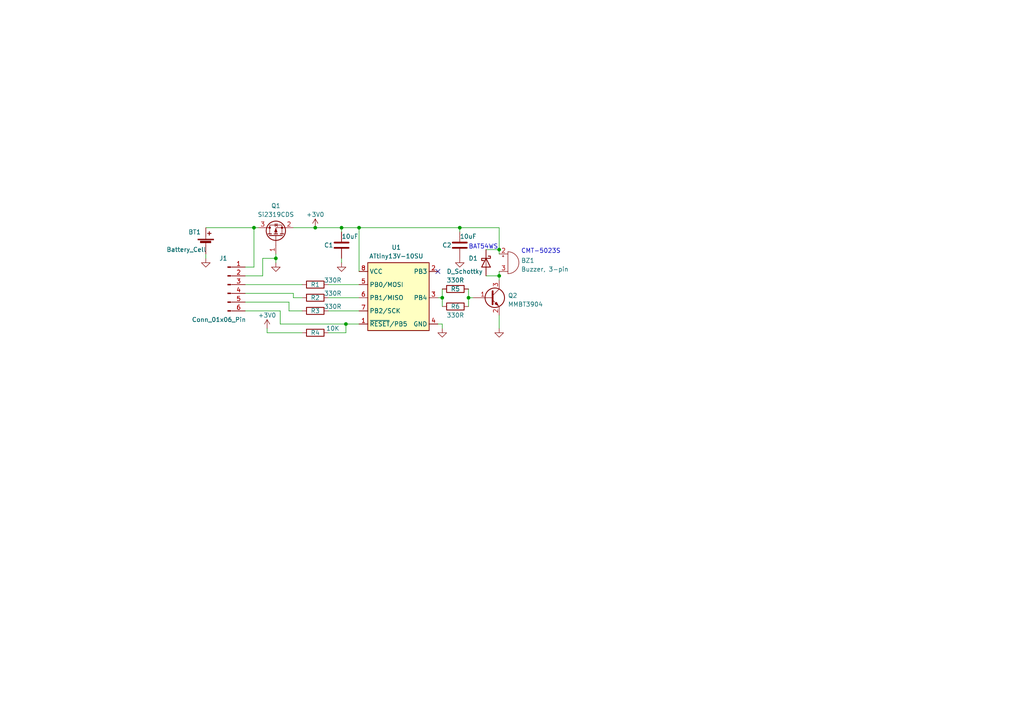
<source format=kicad_sch>
(kicad_sch (version 20230121) (generator eeschema)
  (paper "A4")
  (lib_symbols
    (symbol "Connector:Conn_01x06_Pin" (pin_names (offset 1.016) hide)
      (property "Reference" "J" (at 0 7.62 0))
      (property "Value" "Conn_01x06_Pin" (at 0 -10.16 0))
      (symbol "Conn_01x06_Pin_1_1"
        (polyline (pts (xy 1.27 -7.62) (xy 0.8636 -7.62)) (stroke (width 0.1524)))
        (polyline (pts (xy 1.27 -5.08) (xy 0.8636 -5.08)) (stroke (width 0.1524)))
        (polyline (pts (xy 1.27 -2.54) (xy 0.8636 -2.54)) (stroke (width 0.1524)))
        (polyline (pts (xy 1.27 0) (xy 0.8636 0)) (stroke (width 0.1524)))
        (polyline (pts (xy 1.27 2.54) (xy 0.8636 2.54)) (stroke (width 0.1524)))
        (polyline (pts (xy 1.27 5.08) (xy 0.8636 5.08)) (stroke (width 0.1524)))
        (rectangle (start 0.8636 -7.493) (end 0 -7.747) (stroke (width 0.1524)) (fill (type outline)))
        (rectangle (start 0.8636 -4.953) (end 0 -5.207) (stroke (width 0.1524)) (fill (type outline)))
        (rectangle (start 0.8636 -2.413) (end 0 -2.667) (stroke (width 0.1524)) (fill (type outline)))
        (rectangle (start 0.8636 0.127) (end 0 -0.127) (stroke (width 0.1524)) (fill (type outline)))
        (rectangle (start 0.8636 2.667) (end 0 2.413) (stroke (width 0.1524)) (fill (type outline)))
        (rectangle (start 0.8636 5.207) (end 0 4.953) (stroke (width 0.1524)) (fill (type outline)))
        (pin passive line (at 5.08 5.08 180) (length 3.81) (name "Pin_1") (number "1"))
        (pin passive line (at 5.08 2.54 180) (length 3.81) (name "Pin_2") (number "2"))
        (pin passive line (at 5.08 0 180) (length 3.81) (name "Pin_3") (number "3"))
        (pin passive line (at 5.08 -2.54 180) (length 3.81) (name "Pin_4") (number "4"))
        (pin passive line (at 5.08 -5.08 180) (length 3.81) (name "Pin_5") (number "5"))
        (pin passive line (at 5.08 -7.62 180) (length 3.81) (name "Pin_6") (number "6"))
      )
    )
    (symbol "Device:Battery_Cell" (pin_numbers hide) (pin_names (offset 0) hide)
      (property "Reference" "BT" (at 2.54 2.54 0))
      (property "Value" "Battery_Cell" (at 2.54 0 0))
      (symbol "Battery_Cell_0_1"
        (rectangle (start -2.286 1.778) (end 2.286 1.524) (fill (type outline)))
        (rectangle (start -1.5748 1.1938) (end 1.4732 0.6858) (fill (type outline)))
        (polyline (pts (xy 0 0.762) (xy 0 0)))
        (polyline (pts (xy 0 1.778) (xy 0 2.54)))
        (polyline (pts (xy 0.508 3.429) (xy 1.524 3.429)) (stroke (width 0.254)))
        (polyline (pts (xy 1.016 3.937) (xy 1.016 2.921)) (stroke (width 0.254)))
      )
      (symbol "Battery_Cell_1_1"
        (pin passive line (at 0 5.08 270) (length 2.54) (name "+") (number "1"))
        (pin passive line (at 0 -2.54 90) (length 2.54) (name "-") (number "2"))
      )
    )
    (symbol "Device:C" (pin_numbers hide) (pin_names (offset 0.254))
      (property "Reference" "C" (at 0.635 2.54 0))
      (property "Value" "C" (at 0.635 -2.54 0))
      (symbol "C_0_1"
        (polyline (pts (xy -2.032 -0.762) (xy 2.032 -0.762)) (stroke (width 0.508)))
        (polyline (pts (xy -2.032 0.762) (xy 2.032 0.762)) (stroke (width 0.508)))
      )
      (symbol "C_1_1"
        (pin passive line (at 0 3.81 270) (length 2.794) (name "~") (number "1"))
        (pin passive line (at 0 -3.81 90) (length 2.794) (name "~") (number "2"))
      )
    )
    (symbol "Device:D_Schottky" (pin_numbers hide) (pin_names (offset 1.016) hide)
      (property "Reference" "D" (at 0 2.54 0))
      (property "Value" "D_Schottky" (at 0 -2.54 0))
      (symbol "D_Schottky_0_1"
        (polyline (pts (xy 1.27 0) (xy -1.27 0)))
        (polyline (pts (xy 1.27 1.27) (xy 1.27 -1.27) (xy -1.27 0) (xy 1.27 1.27)) (stroke (width 0.254)))
        (polyline (pts (xy -1.905 0.635) (xy -1.905 1.27) (xy -1.27 1.27) (xy -1.27 -1.27) (xy -0.635 -1.27) (xy -0.635 -0.635)) (stroke (width 0.254)))
      )
      (symbol "D_Schottky_1_1"
        (pin passive line (at -3.81 0 0) (length 2.54) (name "K") (number "1"))
        (pin passive line (at 3.81 0 180) (length 2.54) (name "A") (number "2"))
      )
    )
    (symbol "Device:R" (pin_numbers hide) (pin_names (offset 0))
      (property "Reference" "R" (at 2.032 0 90))
      (property "Value" "R" (at 0 0 90))
      (symbol "R_0_1"
        (rectangle (start -1.016 -2.54) (end 1.016 2.54) (stroke (width 0.254)))
      )
      (symbol "R_1_1"
        (pin passive line (at 0 3.81 270) (length 1.27) (name "~") (number "1"))
        (pin passive line (at 0 -3.81 90) (length 1.27) (name "~") (number "2"))
      )
    )
    (symbol "Transistor_BJT:MMBT3904" (pin_names (offset 0) hide)
      (property "Reference" "Q" (at 5.08 1.905 0))
      (property "Value" "MMBT3904" (at 5.08 0 0))
      (symbol "MMBT3904_0_1"
        (polyline (pts (xy 0.635 0.635) (xy 2.54 2.54)))
        (polyline (pts (xy 0.635 -0.635) (xy 2.54 -2.54) (xy 2.54 -2.54)))
        (polyline (pts (xy 0.635 1.905) (xy 0.635 -1.905) (xy 0.635 -1.905)) (stroke (width 0.508)))
        (polyline (pts (xy 1.27 -1.778) (xy 1.778 -1.27) (xy 2.286 -2.286) (xy 1.27 -1.778) (xy 1.27 -1.778)) (fill (type outline)))
        (circle (center 1.27 0) (radius 2.8194) (stroke (width 0.254)))
      )
      (symbol "MMBT3904_1_1"
        (pin input line (at -5.08 0 0) (length 5.715) (name "B") (number "1"))
        (pin passive line (at 2.54 -5.08 90) (length 2.54) (name "E") (number "2"))
        (pin passive line (at 2.54 5.08 270) (length 2.54) (name "C") (number "3"))
      )
    )
    (symbol "Transistor_FET:Si2319CDS" (pin_names hide)
      (property "Reference" "Q" (at 5.08 1.905 0))
      (property "Value" "Si2319CDS" (at 5.08 0 0))
      (symbol "Si2319CDS_0_1"
        (polyline (pts (xy 0.254 0) (xy -2.54 0)))
        (polyline (pts (xy 0.254 1.905) (xy 0.254 -1.905)) (stroke (width 0.254)))
        (polyline (pts (xy 0.762 -1.27) (xy 0.762 -2.286)) (stroke (width 0.254)))
        (polyline (pts (xy 0.762 0.508) (xy 0.762 -0.508)) (stroke (width 0.254)))
        (polyline (pts (xy 0.762 2.286) (xy 0.762 1.27)) (stroke (width 0.254)))
        (polyline (pts (xy 2.54 2.54) (xy 2.54 1.778)))
        (polyline (pts (xy 2.54 -2.54) (xy 2.54 0) (xy 0.762 0)))
        (polyline (pts (xy 0.762 1.778) (xy 3.302 1.778) (xy 3.302 -1.778) (xy 0.762 -1.778)))
        (polyline (pts (xy 2.286 0) (xy 1.27 0.381) (xy 1.27 -0.381) (xy 2.286 0)) (fill (type outline)))
        (polyline (pts (xy 2.794 -0.508) (xy 2.921 -0.381) (xy 3.683 -0.381) (xy 3.81 -0.254)))
        (polyline (pts (xy 3.302 -0.381) (xy 2.921 0.254) (xy 3.683 0.254) (xy 3.302 -0.381)))
        (circle (center 1.651 0) (radius 2.794) (stroke (width 0.254)))
        (circle (center 2.54 -1.778) (radius 0.254) (fill (type outline)))
        (circle (center 2.54 1.778) (radius 0.254) (fill (type outline)))
      )
      (symbol "Si2319CDS_1_1"
        (pin input line (at -5.08 0 0) (length 2.54) (name "G") (number "1"))
        (pin passive line (at 2.54 -5.08 90) (length 2.54) (name "S") (number "2"))
        (pin passive line (at 2.54 5.08 270) (length 2.54) (name "D") (number "3"))
      )
    )
    (symbol "als_library:ATtiny13V-10SU"
      (property "Reference" "U1" (at -0.635 12.065 0))
      (property "Value" "ATtiny13V-10SU" (at -0.635 9.525 0))
      (symbol "ATtiny13V-10SU_0_1"
        (rectangle (start -8.89 7.62) (end 8.89 -12.065) (stroke (width 0.254)) (fill (type background)))
      )
      (symbol "ATtiny13V-10SU_1_1"
        (pin bidirectional line (at -11.43 -10.16 0) (length 2.54) (name "~{RESET}/PB5") (number "1"))
        (pin bidirectional line (at 11.43 5.08 180) (length 2.54) (name "PB3") (number "2"))
        (pin bidirectional line (at 11.43 -2.54 180) (length 2.54) (name "PB4") (number "3"))
        (pin power_in line (at 11.43 -10.16 180) (length 2.54) (name "GND") (number "4"))
        (pin bidirectional line (at -11.43 1.27 0) (length 2.54) (name "PB0/MOSI") (number "5"))
        (pin bidirectional line (at -11.43 -2.54 0) (length 2.54) (name "PB1/MISO") (number "6"))
        (pin bidirectional line (at -11.43 -6.35 0) (length 2.54) (name "PB2/SCK") (number "7"))
        (pin power_in line (at -11.43 5.08 0) (length 2.54) (name "VCC") (number "8"))
      )
    )
    (symbol "als_library:Buzzer, 3-pin" (pin_names (offset 0.0254) hide)
      (property "Reference" "BZ" (at 3.81 1.27 0))
      (property "Value" "Buzzer, 3-pin" (at 3.81 -1.27 0))
      (symbol "Buzzer, 3-pin_0_1"
        (arc (start 0 -3.175) (mid 3.1612 0) (end 0 3.175))
        (polyline (pts (xy -1.651 1.905) (xy -1.143 1.905)))
        (polyline (pts (xy -1.397 2.159) (xy -1.397 1.651)))
        (polyline (pts (xy 0 3.175) (xy 0 -3.175)))
      )
      (symbol "Buzzer, 3-pin_1_1"
        (pin no_connect line (at 1.905 5.08 270) (length 2.54) hide (name "N.C") (number "1"))
        (pin passive line (at -2.54 2.54 0) (length 2.54) (name "+") (number "2"))
        (pin passive line (at -2.54 -2.54 0) (length 2.54) (name "-") (number "3"))
      )
    )
    (symbol "power:+3V0" (power) (pin_names (offset 0))
      (property "Value" "+3V0" (at 0 3.556 0))
      (symbol "+3V0_0_1"
        (polyline (pts (xy -0.762 1.27) (xy 0 2.54)))
        (polyline (pts (xy 0 0) (xy 0 2.54)))
        (polyline (pts (xy 0 2.54) (xy 0.762 1.27)))
      )
      (symbol "+3V0_1_1"
        (pin power_in line (at 0 0 90) (length 0) hide (name "+3V0") (number "1"))
      )
    )
    (symbol "power:GND" (power) (pin_names (offset 0))
      (property "Value" "GND" (at 0 -3.81 0))
      (symbol "GND_0_1"
        (polyline (pts (xy 0 0) (xy 0 -1.27) (xy 1.27 -1.27) (xy 0 -2.54) (xy -1.27 -1.27) (xy 0 -1.27)))
      )
      (symbol "GND_1_1"
        (pin power_in line (at 0 0 270) (length 0) hide (name "GND") (number "1"))
      )
    )
  )
  (junction (at 133.35 66.04))
  (junction (at 135.89 86.36))
  (junction (at 73.66 66.04))
  (junction (at 144.78 80.01))
  (junction (at 144.78 72.39))
  (junction (at 99.06 66.04))
  (junction (at 104.14 66.04))
  (junction (at 128.27 86.36))
  (junction (at 91.44 66.04))
  (junction (at 100.33 93.98))
  (junction (at 80.01 74.93))
  (no_connect (at 127 78.74))
  (wire (pts (xy 135.89 86.36) (xy 137.16 86.36)))
  (wire (pts (xy 71.12 90.17) (xy 81.28 90.17)))
  (wire (pts (xy 135.89 83.82) (xy 135.89 86.36)))
  (wire (pts (xy 77.47 96.52) (xy 87.63 96.52)))
  (wire (pts (xy 85.09 66.04) (xy 91.44 66.04)))
  (wire (pts (xy 81.28 93.98) (xy 100.33 93.98)))
  (wire (pts (xy 99.06 66.04) (xy 104.14 66.04)))
  (wire (pts (xy 76.2 80.01) (xy 76.2 74.93)))
  (wire (pts (xy 128.27 93.98) (xy 128.27 95.25)))
  (wire (pts (xy 85.09 86.36) (xy 87.63 86.36)))
  (wire (pts (xy 83.82 87.63) (xy 83.82 90.17)))
  (wire (pts (xy 80.01 74.93) (xy 80.01 76.2)))
  (wire (pts (xy 135.89 86.36) (xy 135.89 88.9)))
  (wire (pts (xy 144.78 80.01) (xy 144.78 81.28)))
  (wire (pts (xy 100.33 93.98) (xy 104.14 93.98)))
  (wire (pts (xy 128.27 86.36) (xy 128.27 88.9)))
  (wire (pts (xy 73.66 66.04) (xy 73.66 77.47)))
  (wire (pts (xy 95.25 82.55) (xy 104.14 82.55)))
  (wire (pts (xy 71.12 77.47) (xy 73.66 77.47)))
  (wire (pts (xy 71.12 80.01) (xy 76.2 80.01)))
  (wire (pts (xy 144.78 91.44) (xy 144.78 95.25)))
  (wire (pts (xy 133.35 67.31) (xy 133.35 66.04)))
  (wire (pts (xy 85.09 85.09) (xy 85.09 86.36)))
  (wire (pts (xy 100.33 96.52) (xy 100.33 93.98)))
  (wire (pts (xy 140.97 80.01) (xy 144.78 80.01)))
  (wire (pts (xy 104.14 66.04) (xy 133.35 66.04)))
  (wire (pts (xy 81.28 90.17) (xy 81.28 93.98)))
  (wire (pts (xy 76.2 74.93) (xy 80.01 74.93)))
  (wire (pts (xy 144.78 66.04) (xy 144.78 72.39)))
  (wire (pts (xy 59.69 66.04) (xy 73.66 66.04)))
  (wire (pts (xy 144.78 78.74) (xy 144.78 80.01)))
  (wire (pts (xy 77.47 95.25) (xy 77.47 96.52)))
  (wire (pts (xy 71.12 85.09) (xy 85.09 85.09)))
  (wire (pts (xy 91.44 66.04) (xy 99.06 66.04)))
  (wire (pts (xy 140.97 72.39) (xy 144.78 72.39)))
  (wire (pts (xy 59.69 74.93) (xy 59.69 73.66)))
  (wire (pts (xy 99.06 76.2) (xy 99.06 74.93)))
  (wire (pts (xy 133.35 66.04) (xy 144.78 66.04)))
  (wire (pts (xy 95.25 96.52) (xy 100.33 96.52)))
  (wire (pts (xy 128.27 83.82) (xy 128.27 86.36)))
  (wire (pts (xy 127 93.98) (xy 128.27 93.98)))
  (wire (pts (xy 95.25 90.17) (xy 104.14 90.17)))
  (wire (pts (xy 80.01 73.66) (xy 80.01 74.93)))
  (wire (pts (xy 83.82 90.17) (xy 87.63 90.17)))
  (wire (pts (xy 73.66 66.04) (xy 74.93 66.04)))
  (wire (pts (xy 95.25 86.36) (xy 104.14 86.36)))
  (wire (pts (xy 127 86.36) (xy 128.27 86.36)))
  (wire (pts (xy 71.12 87.63) (xy 83.82 87.63)))
  (wire (pts (xy 144.78 72.39) (xy 144.78 73.66)))
  (wire (pts (xy 71.12 82.55) (xy 87.63 82.55)))
  (wire (pts (xy 104.14 66.04) (xy 104.14 78.74)))
  (wire (pts (xy 99.06 67.31) (xy 99.06 66.04)))
  (text "CMT-5023S" (at 151.13 73.66 0) (effects (font (size 1.27 1.27)) (justify left bottom)))
  (text "BAT54WS" (at 135.89 72.39 0) (effects (font (size 1.27 1.27)) (justify left bottom)))
  (symbol (lib_id "power:GND") (at 80.01 76.2 0) (unit 1)
    (property "Reference" "#PWR03" (effects hide))
    (property "Value" "GND" (effects hide))
  )
  (symbol (lib_id "power:GND") (at 128.27 95.25 0) (unit 1)
    (property "Reference" "#PWR06" (effects hide))
    (property "Value" "GND" (effects hide))
  )
  (symbol (lib_id "Device:R") (at 91.44 96.52 270) (unit 1)
    (property "Reference" "R4" (at 91.44 96.52 90))
    (property "Value" "10K" (at 96.52 95.25 90))
    (property "Footprint" "Resistor_SMD:R_0603_1608Metric" (effects hide))
  )
  (symbol (lib_id "power:+3V0") (at 77.47 95.25 0) (unit 1)
    (property "Reference" "#PWR02" (effects hide))
    (property "Value" "+3V0" (at 77.47 91.44 0))
  )
  (symbol (lib_id "Device:D_Schottky") (at 140.97 76.2 270) (unit 1)
    (property "Reference" "D1" (at 135.89 74.93 90) (effects (justify left)))
    (property "Value" "D_Schottky" (at 129.54 78.74 90) (effects (justify left)))
    (property "Footprint" "Diode_SMD:D_SOD-323_HandSoldering" (effects hide))
  )
  (symbol (lib_id "power:GND") (at 99.06 76.2 0) (unit 1)
    (property "Reference" "#PWR05" (effects hide))
    (property "Value" "GND" (effects hide))
  )
  (symbol (lib_id "Device:R") (at 132.08 83.82 90) (unit 1)
    (property "Reference" "R5" (at 132.08 83.82 90))
    (property "Value" "330R" (at 132.08 81.28 90))
    (property "Footprint" "Resistor_SMD:R_0603_1608Metric" (effects hide))
  )
  (symbol (lib_id "Device:R") (at 91.44 90.17 90) (unit 1)
    (property "Reference" "R3" (at 91.44 90.17 90))
    (property "Value" "330R" (at 96.52 88.9 90))
    (property "Footprint" "Resistor_SMD:R_0603_1608Metric" (effects hide))
  )
  (symbol (lib_id "Transistor_FET:Si2319CDS") (at 80.01 68.58 90) (unit 1)
    (property "Reference" "Q1" (at 80.01 59.69 90))
    (property "Value" "Si2319CDS" (at 80.01 62.23 90))
    (property "Footprint" "Package_TO_SOT_SMD:SOT-23" (effects hide))
    (property "Datasheet" "http://www.vishay.com/docs/66709/si2319cd.pdf" (effects hide))
  )
  (symbol (lib_id "Device:Battery_Cell") (at 59.69 71.12 0) (unit 1)
    (property "Reference" "BT1" (at 54.61 67.31 0) (effects (justify left)))
    (property "Value" "Battery_Cell" (at 48.26 72.39 0) (effects (justify left)))
    (property "Footprint" "Battery:BatteryHolder_Keystone_3002_1x2032" (effects hide))
  )
  (symbol (lib_id "power:GND") (at 133.35 74.93 0) (unit 1)
    (property "Reference" "#PWR07" (effects hide))
    (property "Value" "GND" (effects hide))
  )
  (symbol (lib_id "power:GND") (at 59.69 74.93 0) (unit 1)
    (property "Reference" "#PWR01" (effects hide))
    (property "Value" "GND" (effects hide))
  )
  (symbol (lib_id "Device:C") (at 133.35 71.12 0) (unit 1)
    (property "Reference" "C2" (at 128.27 71.12 0) (effects (justify left)))
    (property "Value" "10uF" (at 133.35 68.58 0) (effects (justify left)))
    (property "Footprint" "Capacitor_SMD:C_0603_1608Metric" (effects hide))
  )
  (symbol (lib_id "als_library:Buzzer, 3-pin") (at 147.32 76.2 0) (unit 1)
    (property "Reference" "BZ1" (at 151.13 75.565 0) (effects (justify left)))
    (property "Value" "Buzzer, 3-pin" (at 151.13 78.105 0) (effects (justify left)))
    (property "Footprint" "als_footprints:MagneticBuzzer_CUI_CMT-5023S-SMT" (effects hide))
  )
  (symbol (lib_id "Device:R") (at 132.08 88.9 90) (unit 1)
    (property "Reference" "R6" (at 132.08 88.9 90))
    (property "Value" "330R" (at 132.08 91.44 90))
    (property "Footprint" "Resistor_SMD:R_0603_1608Metric" (effects hide))
  )
  (symbol (lib_id "power:GND") (at 144.78 95.25 0) (unit 1)
    (property "Reference" "#PWR08" (effects hide))
    (property "Value" "GND" (effects hide))
  )
  (symbol (lib_id "Connector:Conn_01x06_Pin") (at 66.04 82.55 0) (unit 1)
    (property "Reference" "J1" (at 64.77 74.93 0))
    (property "Value" "Conn_01x06_Pin" (at 63.5 92.71 0))
    (property "Footprint" "Connector_PinHeader_1.27mm:PinHeader_1x06_P1.27mm_Vertical_SMD_Pin1Left" (effects hide))
  )
  (symbol (lib_id "Device:R") (at 91.44 82.55 90) (unit 1)
    (property "Reference" "R1" (at 91.44 82.55 90))
    (property "Value" "330R" (at 96.52 81.28 90))
    (property "Footprint" "Resistor_SMD:R_0603_1608Metric" (effects hide))
  )
  (symbol (lib_id "als_library:ATtiny13V-10SU") (at 115.57 83.82 0) (unit 1)
    (property "Reference" "U1" (at 114.935 71.755 0))
    (property "Value" "ATtiny13V-10SU" (at 114.935 74.295 0))
    (property "Footprint" "als_footprints:SOIC-8W_5.3x5.3mm_P1.27mm" (effects hide))
    (property "Datasheet" "http://ww1.microchip.com/downloads/en/DeviceDoc/doc2535.pdf" (effects hide))
  )
  (symbol (lib_id "Transistor_BJT:MMBT3904") (at 142.24 86.36 0) (unit 1)
    (property "Reference" "Q2" (at 147.32 85.725 0) (effects (justify left)))
    (property "Value" "MMBT3904" (at 147.32 88.265 0) (effects (justify left)))
    (property "Footprint" "Package_TO_SOT_SMD:SOT-23" (effects hide))
    (property "Datasheet" "https://www.onsemi.com/pub/Collateral/2N3903-D.PDF" (effects hide))
  )
  (symbol (lib_id "power:+3V0") (at 91.44 66.04 0) (unit 1)
    (property "Reference" "#PWR04" (effects hide))
    (property "Value" "+3V0" (at 91.44 62.23 0))
  )
  (symbol (lib_id "Device:R") (at 91.44 86.36 90) (unit 1)
    (property "Reference" "R2" (at 91.44 86.36 90))
    (property "Value" "330R" (at 96.52 85.09 90))
    (property "Footprint" "Resistor_SMD:R_0603_1608Metric" (effects hide))
  )
  (symbol (lib_id "Device:C") (at 99.06 71.12 0) (unit 1)
    (property "Reference" "C1" (at 93.98 71.12 0) (effects (justify left)))
    (property "Value" "10uF" (at 99.06 68.58 0) (effects (justify left)))
    (property "Footprint" "Capacitor_SMD:C_0603_1608Metric" (effects hide))
  )
)
</source>
